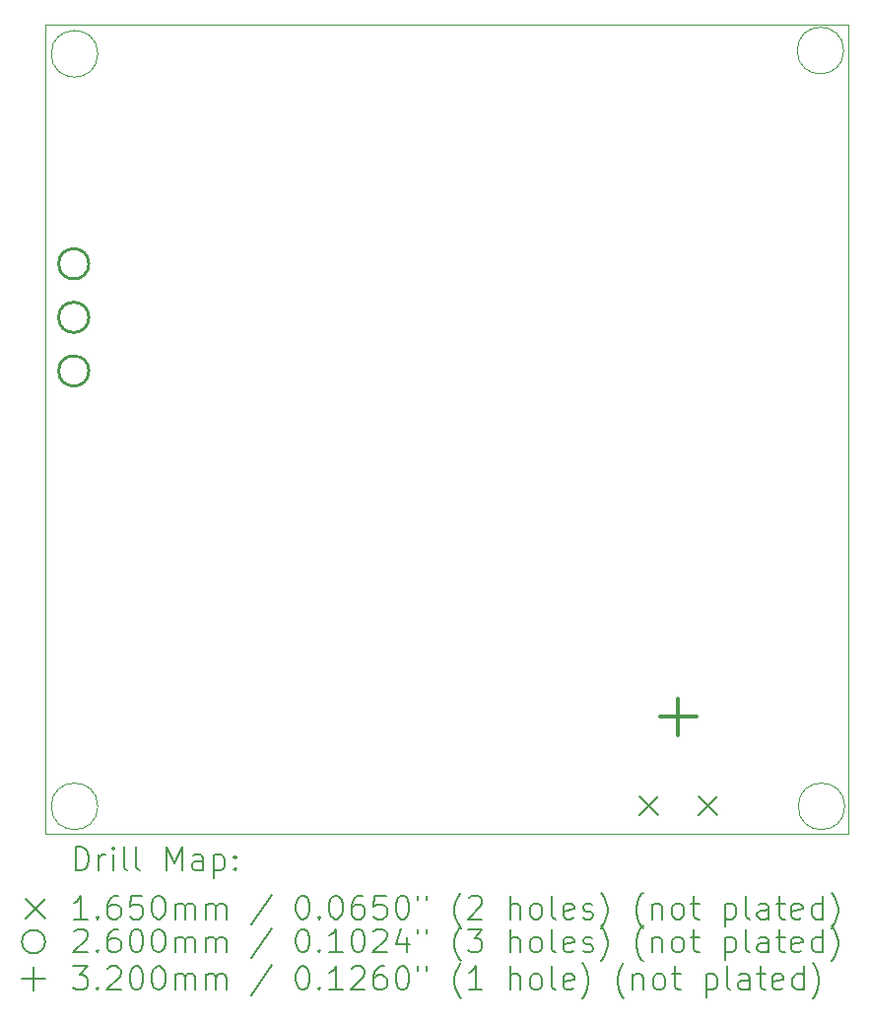
<source format=gbr>
%TF.GenerationSoftware,KiCad,Pcbnew,7.0.6*%
%TF.CreationDate,2023-11-30T23:32:07-05:00*%
%TF.ProjectId,TeslaCoil,5465736c-6143-46f6-996c-2e6b69636164,rev?*%
%TF.SameCoordinates,Original*%
%TF.FileFunction,Drillmap*%
%TF.FilePolarity,Positive*%
%FSLAX45Y45*%
G04 Gerber Fmt 4.5, Leading zero omitted, Abs format (unit mm)*
G04 Created by KiCad (PCBNEW 7.0.6) date 2023-11-30 23:32:07*
%MOMM*%
%LPD*%
G01*
G04 APERTURE LIST*
%ADD10C,0.100000*%
%ADD11C,0.050000*%
%ADD12C,0.200000*%
%ADD13C,0.165000*%
%ADD14C,0.260000*%
%ADD15C,0.320000*%
G04 APERTURE END LIST*
D10*
X14169000Y-12015000D02*
G75*
G03*
X14169000Y-12015000I-200000J0D01*
G01*
X14160000Y-5522000D02*
G75*
G03*
X14160000Y-5522000I-200000J0D01*
G01*
X7750000Y-12015000D02*
G75*
G03*
X7750000Y-12015000I-200000J0D01*
G01*
D11*
X7300000Y-5300000D02*
X14200000Y-5300000D01*
X14200000Y-12250000D01*
X7300000Y-12250000D01*
X7300000Y-5300000D01*
D10*
X7750000Y-5550000D02*
G75*
G03*
X7750000Y-5550000I-200000J0D01*
G01*
D12*
D13*
X12401500Y-11926500D02*
X12566500Y-12091500D01*
X12566500Y-11926500D02*
X12401500Y-12091500D01*
X12909500Y-11926500D02*
X13074500Y-12091500D01*
X13074500Y-11926500D02*
X12909500Y-12091500D01*
D14*
X7673000Y-7354000D02*
G75*
G03*
X7673000Y-7354000I-130000J0D01*
G01*
X7673000Y-7814000D02*
G75*
G03*
X7673000Y-7814000I-130000J0D01*
G01*
X7673000Y-8274000D02*
G75*
G03*
X7673000Y-8274000I-130000J0D01*
G01*
D15*
X12738000Y-11087000D02*
X12738000Y-11407000D01*
X12578000Y-11247000D02*
X12898000Y-11247000D01*
D12*
X7558277Y-12563984D02*
X7558277Y-12363984D01*
X7558277Y-12363984D02*
X7605896Y-12363984D01*
X7605896Y-12363984D02*
X7634467Y-12373508D01*
X7634467Y-12373508D02*
X7653515Y-12392555D01*
X7653515Y-12392555D02*
X7663039Y-12411603D01*
X7663039Y-12411603D02*
X7672562Y-12449698D01*
X7672562Y-12449698D02*
X7672562Y-12478269D01*
X7672562Y-12478269D02*
X7663039Y-12516365D01*
X7663039Y-12516365D02*
X7653515Y-12535412D01*
X7653515Y-12535412D02*
X7634467Y-12554460D01*
X7634467Y-12554460D02*
X7605896Y-12563984D01*
X7605896Y-12563984D02*
X7558277Y-12563984D01*
X7758277Y-12563984D02*
X7758277Y-12430650D01*
X7758277Y-12468746D02*
X7767801Y-12449698D01*
X7767801Y-12449698D02*
X7777324Y-12440174D01*
X7777324Y-12440174D02*
X7796372Y-12430650D01*
X7796372Y-12430650D02*
X7815420Y-12430650D01*
X7882086Y-12563984D02*
X7882086Y-12430650D01*
X7882086Y-12363984D02*
X7872562Y-12373508D01*
X7872562Y-12373508D02*
X7882086Y-12383031D01*
X7882086Y-12383031D02*
X7891610Y-12373508D01*
X7891610Y-12373508D02*
X7882086Y-12363984D01*
X7882086Y-12363984D02*
X7882086Y-12383031D01*
X8005896Y-12563984D02*
X7986848Y-12554460D01*
X7986848Y-12554460D02*
X7977324Y-12535412D01*
X7977324Y-12535412D02*
X7977324Y-12363984D01*
X8110658Y-12563984D02*
X8091610Y-12554460D01*
X8091610Y-12554460D02*
X8082086Y-12535412D01*
X8082086Y-12535412D02*
X8082086Y-12363984D01*
X8339229Y-12563984D02*
X8339229Y-12363984D01*
X8339229Y-12363984D02*
X8405896Y-12506841D01*
X8405896Y-12506841D02*
X8472563Y-12363984D01*
X8472563Y-12363984D02*
X8472563Y-12563984D01*
X8653515Y-12563984D02*
X8653515Y-12459222D01*
X8653515Y-12459222D02*
X8643991Y-12440174D01*
X8643991Y-12440174D02*
X8624944Y-12430650D01*
X8624944Y-12430650D02*
X8586848Y-12430650D01*
X8586848Y-12430650D02*
X8567801Y-12440174D01*
X8653515Y-12554460D02*
X8634467Y-12563984D01*
X8634467Y-12563984D02*
X8586848Y-12563984D01*
X8586848Y-12563984D02*
X8567801Y-12554460D01*
X8567801Y-12554460D02*
X8558277Y-12535412D01*
X8558277Y-12535412D02*
X8558277Y-12516365D01*
X8558277Y-12516365D02*
X8567801Y-12497317D01*
X8567801Y-12497317D02*
X8586848Y-12487793D01*
X8586848Y-12487793D02*
X8634467Y-12487793D01*
X8634467Y-12487793D02*
X8653515Y-12478269D01*
X8748753Y-12430650D02*
X8748753Y-12630650D01*
X8748753Y-12440174D02*
X8767801Y-12430650D01*
X8767801Y-12430650D02*
X8805896Y-12430650D01*
X8805896Y-12430650D02*
X8824944Y-12440174D01*
X8824944Y-12440174D02*
X8834467Y-12449698D01*
X8834467Y-12449698D02*
X8843991Y-12468746D01*
X8843991Y-12468746D02*
X8843991Y-12525888D01*
X8843991Y-12525888D02*
X8834467Y-12544936D01*
X8834467Y-12544936D02*
X8824944Y-12554460D01*
X8824944Y-12554460D02*
X8805896Y-12563984D01*
X8805896Y-12563984D02*
X8767801Y-12563984D01*
X8767801Y-12563984D02*
X8748753Y-12554460D01*
X8929705Y-12544936D02*
X8939229Y-12554460D01*
X8939229Y-12554460D02*
X8929705Y-12563984D01*
X8929705Y-12563984D02*
X8920182Y-12554460D01*
X8920182Y-12554460D02*
X8929705Y-12544936D01*
X8929705Y-12544936D02*
X8929705Y-12563984D01*
X8929705Y-12440174D02*
X8939229Y-12449698D01*
X8939229Y-12449698D02*
X8929705Y-12459222D01*
X8929705Y-12459222D02*
X8920182Y-12449698D01*
X8920182Y-12449698D02*
X8929705Y-12440174D01*
X8929705Y-12440174D02*
X8929705Y-12459222D01*
D13*
X7132500Y-12810000D02*
X7297500Y-12975000D01*
X7297500Y-12810000D02*
X7132500Y-12975000D01*
D12*
X7663039Y-12983984D02*
X7548753Y-12983984D01*
X7605896Y-12983984D02*
X7605896Y-12783984D01*
X7605896Y-12783984D02*
X7586848Y-12812555D01*
X7586848Y-12812555D02*
X7567801Y-12831603D01*
X7567801Y-12831603D02*
X7548753Y-12841127D01*
X7748753Y-12964936D02*
X7758277Y-12974460D01*
X7758277Y-12974460D02*
X7748753Y-12983984D01*
X7748753Y-12983984D02*
X7739229Y-12974460D01*
X7739229Y-12974460D02*
X7748753Y-12964936D01*
X7748753Y-12964936D02*
X7748753Y-12983984D01*
X7929705Y-12783984D02*
X7891610Y-12783984D01*
X7891610Y-12783984D02*
X7872562Y-12793508D01*
X7872562Y-12793508D02*
X7863039Y-12803031D01*
X7863039Y-12803031D02*
X7843991Y-12831603D01*
X7843991Y-12831603D02*
X7834467Y-12869698D01*
X7834467Y-12869698D02*
X7834467Y-12945888D01*
X7834467Y-12945888D02*
X7843991Y-12964936D01*
X7843991Y-12964936D02*
X7853515Y-12974460D01*
X7853515Y-12974460D02*
X7872562Y-12983984D01*
X7872562Y-12983984D02*
X7910658Y-12983984D01*
X7910658Y-12983984D02*
X7929705Y-12974460D01*
X7929705Y-12974460D02*
X7939229Y-12964936D01*
X7939229Y-12964936D02*
X7948753Y-12945888D01*
X7948753Y-12945888D02*
X7948753Y-12898269D01*
X7948753Y-12898269D02*
X7939229Y-12879222D01*
X7939229Y-12879222D02*
X7929705Y-12869698D01*
X7929705Y-12869698D02*
X7910658Y-12860174D01*
X7910658Y-12860174D02*
X7872562Y-12860174D01*
X7872562Y-12860174D02*
X7853515Y-12869698D01*
X7853515Y-12869698D02*
X7843991Y-12879222D01*
X7843991Y-12879222D02*
X7834467Y-12898269D01*
X8129705Y-12783984D02*
X8034467Y-12783984D01*
X8034467Y-12783984D02*
X8024943Y-12879222D01*
X8024943Y-12879222D02*
X8034467Y-12869698D01*
X8034467Y-12869698D02*
X8053515Y-12860174D01*
X8053515Y-12860174D02*
X8101134Y-12860174D01*
X8101134Y-12860174D02*
X8120182Y-12869698D01*
X8120182Y-12869698D02*
X8129705Y-12879222D01*
X8129705Y-12879222D02*
X8139229Y-12898269D01*
X8139229Y-12898269D02*
X8139229Y-12945888D01*
X8139229Y-12945888D02*
X8129705Y-12964936D01*
X8129705Y-12964936D02*
X8120182Y-12974460D01*
X8120182Y-12974460D02*
X8101134Y-12983984D01*
X8101134Y-12983984D02*
X8053515Y-12983984D01*
X8053515Y-12983984D02*
X8034467Y-12974460D01*
X8034467Y-12974460D02*
X8024943Y-12964936D01*
X8263039Y-12783984D02*
X8282086Y-12783984D01*
X8282086Y-12783984D02*
X8301134Y-12793508D01*
X8301134Y-12793508D02*
X8310658Y-12803031D01*
X8310658Y-12803031D02*
X8320182Y-12822079D01*
X8320182Y-12822079D02*
X8329705Y-12860174D01*
X8329705Y-12860174D02*
X8329705Y-12907793D01*
X8329705Y-12907793D02*
X8320182Y-12945888D01*
X8320182Y-12945888D02*
X8310658Y-12964936D01*
X8310658Y-12964936D02*
X8301134Y-12974460D01*
X8301134Y-12974460D02*
X8282086Y-12983984D01*
X8282086Y-12983984D02*
X8263039Y-12983984D01*
X8263039Y-12983984D02*
X8243991Y-12974460D01*
X8243991Y-12974460D02*
X8234467Y-12964936D01*
X8234467Y-12964936D02*
X8224943Y-12945888D01*
X8224943Y-12945888D02*
X8215420Y-12907793D01*
X8215420Y-12907793D02*
X8215420Y-12860174D01*
X8215420Y-12860174D02*
X8224943Y-12822079D01*
X8224943Y-12822079D02*
X8234467Y-12803031D01*
X8234467Y-12803031D02*
X8243991Y-12793508D01*
X8243991Y-12793508D02*
X8263039Y-12783984D01*
X8415420Y-12983984D02*
X8415420Y-12850650D01*
X8415420Y-12869698D02*
X8424944Y-12860174D01*
X8424944Y-12860174D02*
X8443991Y-12850650D01*
X8443991Y-12850650D02*
X8472563Y-12850650D01*
X8472563Y-12850650D02*
X8491610Y-12860174D01*
X8491610Y-12860174D02*
X8501134Y-12879222D01*
X8501134Y-12879222D02*
X8501134Y-12983984D01*
X8501134Y-12879222D02*
X8510658Y-12860174D01*
X8510658Y-12860174D02*
X8529705Y-12850650D01*
X8529705Y-12850650D02*
X8558277Y-12850650D01*
X8558277Y-12850650D02*
X8577325Y-12860174D01*
X8577325Y-12860174D02*
X8586848Y-12879222D01*
X8586848Y-12879222D02*
X8586848Y-12983984D01*
X8682086Y-12983984D02*
X8682086Y-12850650D01*
X8682086Y-12869698D02*
X8691610Y-12860174D01*
X8691610Y-12860174D02*
X8710658Y-12850650D01*
X8710658Y-12850650D02*
X8739229Y-12850650D01*
X8739229Y-12850650D02*
X8758277Y-12860174D01*
X8758277Y-12860174D02*
X8767801Y-12879222D01*
X8767801Y-12879222D02*
X8767801Y-12983984D01*
X8767801Y-12879222D02*
X8777325Y-12860174D01*
X8777325Y-12860174D02*
X8796372Y-12850650D01*
X8796372Y-12850650D02*
X8824944Y-12850650D01*
X8824944Y-12850650D02*
X8843991Y-12860174D01*
X8843991Y-12860174D02*
X8853515Y-12879222D01*
X8853515Y-12879222D02*
X8853515Y-12983984D01*
X9243991Y-12774460D02*
X9072563Y-13031603D01*
X9501134Y-12783984D02*
X9520182Y-12783984D01*
X9520182Y-12783984D02*
X9539229Y-12793508D01*
X9539229Y-12793508D02*
X9548753Y-12803031D01*
X9548753Y-12803031D02*
X9558277Y-12822079D01*
X9558277Y-12822079D02*
X9567801Y-12860174D01*
X9567801Y-12860174D02*
X9567801Y-12907793D01*
X9567801Y-12907793D02*
X9558277Y-12945888D01*
X9558277Y-12945888D02*
X9548753Y-12964936D01*
X9548753Y-12964936D02*
X9539229Y-12974460D01*
X9539229Y-12974460D02*
X9520182Y-12983984D01*
X9520182Y-12983984D02*
X9501134Y-12983984D01*
X9501134Y-12983984D02*
X9482087Y-12974460D01*
X9482087Y-12974460D02*
X9472563Y-12964936D01*
X9472563Y-12964936D02*
X9463039Y-12945888D01*
X9463039Y-12945888D02*
X9453515Y-12907793D01*
X9453515Y-12907793D02*
X9453515Y-12860174D01*
X9453515Y-12860174D02*
X9463039Y-12822079D01*
X9463039Y-12822079D02*
X9472563Y-12803031D01*
X9472563Y-12803031D02*
X9482087Y-12793508D01*
X9482087Y-12793508D02*
X9501134Y-12783984D01*
X9653515Y-12964936D02*
X9663039Y-12974460D01*
X9663039Y-12974460D02*
X9653515Y-12983984D01*
X9653515Y-12983984D02*
X9643991Y-12974460D01*
X9643991Y-12974460D02*
X9653515Y-12964936D01*
X9653515Y-12964936D02*
X9653515Y-12983984D01*
X9786848Y-12783984D02*
X9805896Y-12783984D01*
X9805896Y-12783984D02*
X9824944Y-12793508D01*
X9824944Y-12793508D02*
X9834468Y-12803031D01*
X9834468Y-12803031D02*
X9843991Y-12822079D01*
X9843991Y-12822079D02*
X9853515Y-12860174D01*
X9853515Y-12860174D02*
X9853515Y-12907793D01*
X9853515Y-12907793D02*
X9843991Y-12945888D01*
X9843991Y-12945888D02*
X9834468Y-12964936D01*
X9834468Y-12964936D02*
X9824944Y-12974460D01*
X9824944Y-12974460D02*
X9805896Y-12983984D01*
X9805896Y-12983984D02*
X9786848Y-12983984D01*
X9786848Y-12983984D02*
X9767801Y-12974460D01*
X9767801Y-12974460D02*
X9758277Y-12964936D01*
X9758277Y-12964936D02*
X9748753Y-12945888D01*
X9748753Y-12945888D02*
X9739229Y-12907793D01*
X9739229Y-12907793D02*
X9739229Y-12860174D01*
X9739229Y-12860174D02*
X9748753Y-12822079D01*
X9748753Y-12822079D02*
X9758277Y-12803031D01*
X9758277Y-12803031D02*
X9767801Y-12793508D01*
X9767801Y-12793508D02*
X9786848Y-12783984D01*
X10024944Y-12783984D02*
X9986848Y-12783984D01*
X9986848Y-12783984D02*
X9967801Y-12793508D01*
X9967801Y-12793508D02*
X9958277Y-12803031D01*
X9958277Y-12803031D02*
X9939229Y-12831603D01*
X9939229Y-12831603D02*
X9929706Y-12869698D01*
X9929706Y-12869698D02*
X9929706Y-12945888D01*
X9929706Y-12945888D02*
X9939229Y-12964936D01*
X9939229Y-12964936D02*
X9948753Y-12974460D01*
X9948753Y-12974460D02*
X9967801Y-12983984D01*
X9967801Y-12983984D02*
X10005896Y-12983984D01*
X10005896Y-12983984D02*
X10024944Y-12974460D01*
X10024944Y-12974460D02*
X10034468Y-12964936D01*
X10034468Y-12964936D02*
X10043991Y-12945888D01*
X10043991Y-12945888D02*
X10043991Y-12898269D01*
X10043991Y-12898269D02*
X10034468Y-12879222D01*
X10034468Y-12879222D02*
X10024944Y-12869698D01*
X10024944Y-12869698D02*
X10005896Y-12860174D01*
X10005896Y-12860174D02*
X9967801Y-12860174D01*
X9967801Y-12860174D02*
X9948753Y-12869698D01*
X9948753Y-12869698D02*
X9939229Y-12879222D01*
X9939229Y-12879222D02*
X9929706Y-12898269D01*
X10224944Y-12783984D02*
X10129706Y-12783984D01*
X10129706Y-12783984D02*
X10120182Y-12879222D01*
X10120182Y-12879222D02*
X10129706Y-12869698D01*
X10129706Y-12869698D02*
X10148753Y-12860174D01*
X10148753Y-12860174D02*
X10196372Y-12860174D01*
X10196372Y-12860174D02*
X10215420Y-12869698D01*
X10215420Y-12869698D02*
X10224944Y-12879222D01*
X10224944Y-12879222D02*
X10234468Y-12898269D01*
X10234468Y-12898269D02*
X10234468Y-12945888D01*
X10234468Y-12945888D02*
X10224944Y-12964936D01*
X10224944Y-12964936D02*
X10215420Y-12974460D01*
X10215420Y-12974460D02*
X10196372Y-12983984D01*
X10196372Y-12983984D02*
X10148753Y-12983984D01*
X10148753Y-12983984D02*
X10129706Y-12974460D01*
X10129706Y-12974460D02*
X10120182Y-12964936D01*
X10358277Y-12783984D02*
X10377325Y-12783984D01*
X10377325Y-12783984D02*
X10396372Y-12793508D01*
X10396372Y-12793508D02*
X10405896Y-12803031D01*
X10405896Y-12803031D02*
X10415420Y-12822079D01*
X10415420Y-12822079D02*
X10424944Y-12860174D01*
X10424944Y-12860174D02*
X10424944Y-12907793D01*
X10424944Y-12907793D02*
X10415420Y-12945888D01*
X10415420Y-12945888D02*
X10405896Y-12964936D01*
X10405896Y-12964936D02*
X10396372Y-12974460D01*
X10396372Y-12974460D02*
X10377325Y-12983984D01*
X10377325Y-12983984D02*
X10358277Y-12983984D01*
X10358277Y-12983984D02*
X10339229Y-12974460D01*
X10339229Y-12974460D02*
X10329706Y-12964936D01*
X10329706Y-12964936D02*
X10320182Y-12945888D01*
X10320182Y-12945888D02*
X10310658Y-12907793D01*
X10310658Y-12907793D02*
X10310658Y-12860174D01*
X10310658Y-12860174D02*
X10320182Y-12822079D01*
X10320182Y-12822079D02*
X10329706Y-12803031D01*
X10329706Y-12803031D02*
X10339229Y-12793508D01*
X10339229Y-12793508D02*
X10358277Y-12783984D01*
X10501134Y-12783984D02*
X10501134Y-12822079D01*
X10577325Y-12783984D02*
X10577325Y-12822079D01*
X10872563Y-13060174D02*
X10863039Y-13050650D01*
X10863039Y-13050650D02*
X10843991Y-13022079D01*
X10843991Y-13022079D02*
X10834468Y-13003031D01*
X10834468Y-13003031D02*
X10824944Y-12974460D01*
X10824944Y-12974460D02*
X10815420Y-12926841D01*
X10815420Y-12926841D02*
X10815420Y-12888746D01*
X10815420Y-12888746D02*
X10824944Y-12841127D01*
X10824944Y-12841127D02*
X10834468Y-12812555D01*
X10834468Y-12812555D02*
X10843991Y-12793508D01*
X10843991Y-12793508D02*
X10863039Y-12764936D01*
X10863039Y-12764936D02*
X10872563Y-12755412D01*
X10939230Y-12803031D02*
X10948753Y-12793508D01*
X10948753Y-12793508D02*
X10967801Y-12783984D01*
X10967801Y-12783984D02*
X11015420Y-12783984D01*
X11015420Y-12783984D02*
X11034468Y-12793508D01*
X11034468Y-12793508D02*
X11043991Y-12803031D01*
X11043991Y-12803031D02*
X11053515Y-12822079D01*
X11053515Y-12822079D02*
X11053515Y-12841127D01*
X11053515Y-12841127D02*
X11043991Y-12869698D01*
X11043991Y-12869698D02*
X10929706Y-12983984D01*
X10929706Y-12983984D02*
X11053515Y-12983984D01*
X11291610Y-12983984D02*
X11291610Y-12783984D01*
X11377325Y-12983984D02*
X11377325Y-12879222D01*
X11377325Y-12879222D02*
X11367801Y-12860174D01*
X11367801Y-12860174D02*
X11348753Y-12850650D01*
X11348753Y-12850650D02*
X11320182Y-12850650D01*
X11320182Y-12850650D02*
X11301134Y-12860174D01*
X11301134Y-12860174D02*
X11291610Y-12869698D01*
X11501134Y-12983984D02*
X11482087Y-12974460D01*
X11482087Y-12974460D02*
X11472563Y-12964936D01*
X11472563Y-12964936D02*
X11463039Y-12945888D01*
X11463039Y-12945888D02*
X11463039Y-12888746D01*
X11463039Y-12888746D02*
X11472563Y-12869698D01*
X11472563Y-12869698D02*
X11482087Y-12860174D01*
X11482087Y-12860174D02*
X11501134Y-12850650D01*
X11501134Y-12850650D02*
X11529706Y-12850650D01*
X11529706Y-12850650D02*
X11548753Y-12860174D01*
X11548753Y-12860174D02*
X11558277Y-12869698D01*
X11558277Y-12869698D02*
X11567801Y-12888746D01*
X11567801Y-12888746D02*
X11567801Y-12945888D01*
X11567801Y-12945888D02*
X11558277Y-12964936D01*
X11558277Y-12964936D02*
X11548753Y-12974460D01*
X11548753Y-12974460D02*
X11529706Y-12983984D01*
X11529706Y-12983984D02*
X11501134Y-12983984D01*
X11682087Y-12983984D02*
X11663039Y-12974460D01*
X11663039Y-12974460D02*
X11653515Y-12955412D01*
X11653515Y-12955412D02*
X11653515Y-12783984D01*
X11834468Y-12974460D02*
X11815420Y-12983984D01*
X11815420Y-12983984D02*
X11777325Y-12983984D01*
X11777325Y-12983984D02*
X11758277Y-12974460D01*
X11758277Y-12974460D02*
X11748753Y-12955412D01*
X11748753Y-12955412D02*
X11748753Y-12879222D01*
X11748753Y-12879222D02*
X11758277Y-12860174D01*
X11758277Y-12860174D02*
X11777325Y-12850650D01*
X11777325Y-12850650D02*
X11815420Y-12850650D01*
X11815420Y-12850650D02*
X11834468Y-12860174D01*
X11834468Y-12860174D02*
X11843991Y-12879222D01*
X11843991Y-12879222D02*
X11843991Y-12898269D01*
X11843991Y-12898269D02*
X11748753Y-12917317D01*
X11920182Y-12974460D02*
X11939230Y-12983984D01*
X11939230Y-12983984D02*
X11977325Y-12983984D01*
X11977325Y-12983984D02*
X11996372Y-12974460D01*
X11996372Y-12974460D02*
X12005896Y-12955412D01*
X12005896Y-12955412D02*
X12005896Y-12945888D01*
X12005896Y-12945888D02*
X11996372Y-12926841D01*
X11996372Y-12926841D02*
X11977325Y-12917317D01*
X11977325Y-12917317D02*
X11948753Y-12917317D01*
X11948753Y-12917317D02*
X11929706Y-12907793D01*
X11929706Y-12907793D02*
X11920182Y-12888746D01*
X11920182Y-12888746D02*
X11920182Y-12879222D01*
X11920182Y-12879222D02*
X11929706Y-12860174D01*
X11929706Y-12860174D02*
X11948753Y-12850650D01*
X11948753Y-12850650D02*
X11977325Y-12850650D01*
X11977325Y-12850650D02*
X11996372Y-12860174D01*
X12072563Y-13060174D02*
X12082087Y-13050650D01*
X12082087Y-13050650D02*
X12101134Y-13022079D01*
X12101134Y-13022079D02*
X12110658Y-13003031D01*
X12110658Y-13003031D02*
X12120182Y-12974460D01*
X12120182Y-12974460D02*
X12129706Y-12926841D01*
X12129706Y-12926841D02*
X12129706Y-12888746D01*
X12129706Y-12888746D02*
X12120182Y-12841127D01*
X12120182Y-12841127D02*
X12110658Y-12812555D01*
X12110658Y-12812555D02*
X12101134Y-12793508D01*
X12101134Y-12793508D02*
X12082087Y-12764936D01*
X12082087Y-12764936D02*
X12072563Y-12755412D01*
X12434468Y-13060174D02*
X12424944Y-13050650D01*
X12424944Y-13050650D02*
X12405896Y-13022079D01*
X12405896Y-13022079D02*
X12396372Y-13003031D01*
X12396372Y-13003031D02*
X12386849Y-12974460D01*
X12386849Y-12974460D02*
X12377325Y-12926841D01*
X12377325Y-12926841D02*
X12377325Y-12888746D01*
X12377325Y-12888746D02*
X12386849Y-12841127D01*
X12386849Y-12841127D02*
X12396372Y-12812555D01*
X12396372Y-12812555D02*
X12405896Y-12793508D01*
X12405896Y-12793508D02*
X12424944Y-12764936D01*
X12424944Y-12764936D02*
X12434468Y-12755412D01*
X12510658Y-12850650D02*
X12510658Y-12983984D01*
X12510658Y-12869698D02*
X12520182Y-12860174D01*
X12520182Y-12860174D02*
X12539230Y-12850650D01*
X12539230Y-12850650D02*
X12567801Y-12850650D01*
X12567801Y-12850650D02*
X12586849Y-12860174D01*
X12586849Y-12860174D02*
X12596372Y-12879222D01*
X12596372Y-12879222D02*
X12596372Y-12983984D01*
X12720182Y-12983984D02*
X12701134Y-12974460D01*
X12701134Y-12974460D02*
X12691611Y-12964936D01*
X12691611Y-12964936D02*
X12682087Y-12945888D01*
X12682087Y-12945888D02*
X12682087Y-12888746D01*
X12682087Y-12888746D02*
X12691611Y-12869698D01*
X12691611Y-12869698D02*
X12701134Y-12860174D01*
X12701134Y-12860174D02*
X12720182Y-12850650D01*
X12720182Y-12850650D02*
X12748753Y-12850650D01*
X12748753Y-12850650D02*
X12767801Y-12860174D01*
X12767801Y-12860174D02*
X12777325Y-12869698D01*
X12777325Y-12869698D02*
X12786849Y-12888746D01*
X12786849Y-12888746D02*
X12786849Y-12945888D01*
X12786849Y-12945888D02*
X12777325Y-12964936D01*
X12777325Y-12964936D02*
X12767801Y-12974460D01*
X12767801Y-12974460D02*
X12748753Y-12983984D01*
X12748753Y-12983984D02*
X12720182Y-12983984D01*
X12843992Y-12850650D02*
X12920182Y-12850650D01*
X12872563Y-12783984D02*
X12872563Y-12955412D01*
X12872563Y-12955412D02*
X12882087Y-12974460D01*
X12882087Y-12974460D02*
X12901134Y-12983984D01*
X12901134Y-12983984D02*
X12920182Y-12983984D01*
X13139230Y-12850650D02*
X13139230Y-13050650D01*
X13139230Y-12860174D02*
X13158277Y-12850650D01*
X13158277Y-12850650D02*
X13196373Y-12850650D01*
X13196373Y-12850650D02*
X13215420Y-12860174D01*
X13215420Y-12860174D02*
X13224944Y-12869698D01*
X13224944Y-12869698D02*
X13234468Y-12888746D01*
X13234468Y-12888746D02*
X13234468Y-12945888D01*
X13234468Y-12945888D02*
X13224944Y-12964936D01*
X13224944Y-12964936D02*
X13215420Y-12974460D01*
X13215420Y-12974460D02*
X13196373Y-12983984D01*
X13196373Y-12983984D02*
X13158277Y-12983984D01*
X13158277Y-12983984D02*
X13139230Y-12974460D01*
X13348753Y-12983984D02*
X13329706Y-12974460D01*
X13329706Y-12974460D02*
X13320182Y-12955412D01*
X13320182Y-12955412D02*
X13320182Y-12783984D01*
X13510658Y-12983984D02*
X13510658Y-12879222D01*
X13510658Y-12879222D02*
X13501134Y-12860174D01*
X13501134Y-12860174D02*
X13482087Y-12850650D01*
X13482087Y-12850650D02*
X13443992Y-12850650D01*
X13443992Y-12850650D02*
X13424944Y-12860174D01*
X13510658Y-12974460D02*
X13491611Y-12983984D01*
X13491611Y-12983984D02*
X13443992Y-12983984D01*
X13443992Y-12983984D02*
X13424944Y-12974460D01*
X13424944Y-12974460D02*
X13415420Y-12955412D01*
X13415420Y-12955412D02*
X13415420Y-12936365D01*
X13415420Y-12936365D02*
X13424944Y-12917317D01*
X13424944Y-12917317D02*
X13443992Y-12907793D01*
X13443992Y-12907793D02*
X13491611Y-12907793D01*
X13491611Y-12907793D02*
X13510658Y-12898269D01*
X13577325Y-12850650D02*
X13653515Y-12850650D01*
X13605896Y-12783984D02*
X13605896Y-12955412D01*
X13605896Y-12955412D02*
X13615420Y-12974460D01*
X13615420Y-12974460D02*
X13634468Y-12983984D01*
X13634468Y-12983984D02*
X13653515Y-12983984D01*
X13796373Y-12974460D02*
X13777325Y-12983984D01*
X13777325Y-12983984D02*
X13739230Y-12983984D01*
X13739230Y-12983984D02*
X13720182Y-12974460D01*
X13720182Y-12974460D02*
X13710658Y-12955412D01*
X13710658Y-12955412D02*
X13710658Y-12879222D01*
X13710658Y-12879222D02*
X13720182Y-12860174D01*
X13720182Y-12860174D02*
X13739230Y-12850650D01*
X13739230Y-12850650D02*
X13777325Y-12850650D01*
X13777325Y-12850650D02*
X13796373Y-12860174D01*
X13796373Y-12860174D02*
X13805896Y-12879222D01*
X13805896Y-12879222D02*
X13805896Y-12898269D01*
X13805896Y-12898269D02*
X13710658Y-12917317D01*
X13977325Y-12983984D02*
X13977325Y-12783984D01*
X13977325Y-12974460D02*
X13958277Y-12983984D01*
X13958277Y-12983984D02*
X13920182Y-12983984D01*
X13920182Y-12983984D02*
X13901134Y-12974460D01*
X13901134Y-12974460D02*
X13891611Y-12964936D01*
X13891611Y-12964936D02*
X13882087Y-12945888D01*
X13882087Y-12945888D02*
X13882087Y-12888746D01*
X13882087Y-12888746D02*
X13891611Y-12869698D01*
X13891611Y-12869698D02*
X13901134Y-12860174D01*
X13901134Y-12860174D02*
X13920182Y-12850650D01*
X13920182Y-12850650D02*
X13958277Y-12850650D01*
X13958277Y-12850650D02*
X13977325Y-12860174D01*
X14053515Y-13060174D02*
X14063039Y-13050650D01*
X14063039Y-13050650D02*
X14082087Y-13022079D01*
X14082087Y-13022079D02*
X14091611Y-13003031D01*
X14091611Y-13003031D02*
X14101134Y-12974460D01*
X14101134Y-12974460D02*
X14110658Y-12926841D01*
X14110658Y-12926841D02*
X14110658Y-12888746D01*
X14110658Y-12888746D02*
X14101134Y-12841127D01*
X14101134Y-12841127D02*
X14091611Y-12812555D01*
X14091611Y-12812555D02*
X14082087Y-12793508D01*
X14082087Y-12793508D02*
X14063039Y-12764936D01*
X14063039Y-12764936D02*
X14053515Y-12755412D01*
X7297500Y-13177500D02*
G75*
G03*
X7297500Y-13177500I-100000J0D01*
G01*
X7548753Y-13088031D02*
X7558277Y-13078508D01*
X7558277Y-13078508D02*
X7577324Y-13068984D01*
X7577324Y-13068984D02*
X7624943Y-13068984D01*
X7624943Y-13068984D02*
X7643991Y-13078508D01*
X7643991Y-13078508D02*
X7653515Y-13088031D01*
X7653515Y-13088031D02*
X7663039Y-13107079D01*
X7663039Y-13107079D02*
X7663039Y-13126127D01*
X7663039Y-13126127D02*
X7653515Y-13154698D01*
X7653515Y-13154698D02*
X7539229Y-13268984D01*
X7539229Y-13268984D02*
X7663039Y-13268984D01*
X7748753Y-13249936D02*
X7758277Y-13259460D01*
X7758277Y-13259460D02*
X7748753Y-13268984D01*
X7748753Y-13268984D02*
X7739229Y-13259460D01*
X7739229Y-13259460D02*
X7748753Y-13249936D01*
X7748753Y-13249936D02*
X7748753Y-13268984D01*
X7929705Y-13068984D02*
X7891610Y-13068984D01*
X7891610Y-13068984D02*
X7872562Y-13078508D01*
X7872562Y-13078508D02*
X7863039Y-13088031D01*
X7863039Y-13088031D02*
X7843991Y-13116603D01*
X7843991Y-13116603D02*
X7834467Y-13154698D01*
X7834467Y-13154698D02*
X7834467Y-13230888D01*
X7834467Y-13230888D02*
X7843991Y-13249936D01*
X7843991Y-13249936D02*
X7853515Y-13259460D01*
X7853515Y-13259460D02*
X7872562Y-13268984D01*
X7872562Y-13268984D02*
X7910658Y-13268984D01*
X7910658Y-13268984D02*
X7929705Y-13259460D01*
X7929705Y-13259460D02*
X7939229Y-13249936D01*
X7939229Y-13249936D02*
X7948753Y-13230888D01*
X7948753Y-13230888D02*
X7948753Y-13183269D01*
X7948753Y-13183269D02*
X7939229Y-13164222D01*
X7939229Y-13164222D02*
X7929705Y-13154698D01*
X7929705Y-13154698D02*
X7910658Y-13145174D01*
X7910658Y-13145174D02*
X7872562Y-13145174D01*
X7872562Y-13145174D02*
X7853515Y-13154698D01*
X7853515Y-13154698D02*
X7843991Y-13164222D01*
X7843991Y-13164222D02*
X7834467Y-13183269D01*
X8072562Y-13068984D02*
X8091610Y-13068984D01*
X8091610Y-13068984D02*
X8110658Y-13078508D01*
X8110658Y-13078508D02*
X8120182Y-13088031D01*
X8120182Y-13088031D02*
X8129705Y-13107079D01*
X8129705Y-13107079D02*
X8139229Y-13145174D01*
X8139229Y-13145174D02*
X8139229Y-13192793D01*
X8139229Y-13192793D02*
X8129705Y-13230888D01*
X8129705Y-13230888D02*
X8120182Y-13249936D01*
X8120182Y-13249936D02*
X8110658Y-13259460D01*
X8110658Y-13259460D02*
X8091610Y-13268984D01*
X8091610Y-13268984D02*
X8072562Y-13268984D01*
X8072562Y-13268984D02*
X8053515Y-13259460D01*
X8053515Y-13259460D02*
X8043991Y-13249936D01*
X8043991Y-13249936D02*
X8034467Y-13230888D01*
X8034467Y-13230888D02*
X8024943Y-13192793D01*
X8024943Y-13192793D02*
X8024943Y-13145174D01*
X8024943Y-13145174D02*
X8034467Y-13107079D01*
X8034467Y-13107079D02*
X8043991Y-13088031D01*
X8043991Y-13088031D02*
X8053515Y-13078508D01*
X8053515Y-13078508D02*
X8072562Y-13068984D01*
X8263039Y-13068984D02*
X8282086Y-13068984D01*
X8282086Y-13068984D02*
X8301134Y-13078508D01*
X8301134Y-13078508D02*
X8310658Y-13088031D01*
X8310658Y-13088031D02*
X8320182Y-13107079D01*
X8320182Y-13107079D02*
X8329705Y-13145174D01*
X8329705Y-13145174D02*
X8329705Y-13192793D01*
X8329705Y-13192793D02*
X8320182Y-13230888D01*
X8320182Y-13230888D02*
X8310658Y-13249936D01*
X8310658Y-13249936D02*
X8301134Y-13259460D01*
X8301134Y-13259460D02*
X8282086Y-13268984D01*
X8282086Y-13268984D02*
X8263039Y-13268984D01*
X8263039Y-13268984D02*
X8243991Y-13259460D01*
X8243991Y-13259460D02*
X8234467Y-13249936D01*
X8234467Y-13249936D02*
X8224943Y-13230888D01*
X8224943Y-13230888D02*
X8215420Y-13192793D01*
X8215420Y-13192793D02*
X8215420Y-13145174D01*
X8215420Y-13145174D02*
X8224943Y-13107079D01*
X8224943Y-13107079D02*
X8234467Y-13088031D01*
X8234467Y-13088031D02*
X8243991Y-13078508D01*
X8243991Y-13078508D02*
X8263039Y-13068984D01*
X8415420Y-13268984D02*
X8415420Y-13135650D01*
X8415420Y-13154698D02*
X8424944Y-13145174D01*
X8424944Y-13145174D02*
X8443991Y-13135650D01*
X8443991Y-13135650D02*
X8472563Y-13135650D01*
X8472563Y-13135650D02*
X8491610Y-13145174D01*
X8491610Y-13145174D02*
X8501134Y-13164222D01*
X8501134Y-13164222D02*
X8501134Y-13268984D01*
X8501134Y-13164222D02*
X8510658Y-13145174D01*
X8510658Y-13145174D02*
X8529705Y-13135650D01*
X8529705Y-13135650D02*
X8558277Y-13135650D01*
X8558277Y-13135650D02*
X8577325Y-13145174D01*
X8577325Y-13145174D02*
X8586848Y-13164222D01*
X8586848Y-13164222D02*
X8586848Y-13268984D01*
X8682086Y-13268984D02*
X8682086Y-13135650D01*
X8682086Y-13154698D02*
X8691610Y-13145174D01*
X8691610Y-13145174D02*
X8710658Y-13135650D01*
X8710658Y-13135650D02*
X8739229Y-13135650D01*
X8739229Y-13135650D02*
X8758277Y-13145174D01*
X8758277Y-13145174D02*
X8767801Y-13164222D01*
X8767801Y-13164222D02*
X8767801Y-13268984D01*
X8767801Y-13164222D02*
X8777325Y-13145174D01*
X8777325Y-13145174D02*
X8796372Y-13135650D01*
X8796372Y-13135650D02*
X8824944Y-13135650D01*
X8824944Y-13135650D02*
X8843991Y-13145174D01*
X8843991Y-13145174D02*
X8853515Y-13164222D01*
X8853515Y-13164222D02*
X8853515Y-13268984D01*
X9243991Y-13059460D02*
X9072563Y-13316603D01*
X9501134Y-13068984D02*
X9520182Y-13068984D01*
X9520182Y-13068984D02*
X9539229Y-13078508D01*
X9539229Y-13078508D02*
X9548753Y-13088031D01*
X9548753Y-13088031D02*
X9558277Y-13107079D01*
X9558277Y-13107079D02*
X9567801Y-13145174D01*
X9567801Y-13145174D02*
X9567801Y-13192793D01*
X9567801Y-13192793D02*
X9558277Y-13230888D01*
X9558277Y-13230888D02*
X9548753Y-13249936D01*
X9548753Y-13249936D02*
X9539229Y-13259460D01*
X9539229Y-13259460D02*
X9520182Y-13268984D01*
X9520182Y-13268984D02*
X9501134Y-13268984D01*
X9501134Y-13268984D02*
X9482087Y-13259460D01*
X9482087Y-13259460D02*
X9472563Y-13249936D01*
X9472563Y-13249936D02*
X9463039Y-13230888D01*
X9463039Y-13230888D02*
X9453515Y-13192793D01*
X9453515Y-13192793D02*
X9453515Y-13145174D01*
X9453515Y-13145174D02*
X9463039Y-13107079D01*
X9463039Y-13107079D02*
X9472563Y-13088031D01*
X9472563Y-13088031D02*
X9482087Y-13078508D01*
X9482087Y-13078508D02*
X9501134Y-13068984D01*
X9653515Y-13249936D02*
X9663039Y-13259460D01*
X9663039Y-13259460D02*
X9653515Y-13268984D01*
X9653515Y-13268984D02*
X9643991Y-13259460D01*
X9643991Y-13259460D02*
X9653515Y-13249936D01*
X9653515Y-13249936D02*
X9653515Y-13268984D01*
X9853515Y-13268984D02*
X9739229Y-13268984D01*
X9796372Y-13268984D02*
X9796372Y-13068984D01*
X9796372Y-13068984D02*
X9777325Y-13097555D01*
X9777325Y-13097555D02*
X9758277Y-13116603D01*
X9758277Y-13116603D02*
X9739229Y-13126127D01*
X9977325Y-13068984D02*
X9996372Y-13068984D01*
X9996372Y-13068984D02*
X10015420Y-13078508D01*
X10015420Y-13078508D02*
X10024944Y-13088031D01*
X10024944Y-13088031D02*
X10034468Y-13107079D01*
X10034468Y-13107079D02*
X10043991Y-13145174D01*
X10043991Y-13145174D02*
X10043991Y-13192793D01*
X10043991Y-13192793D02*
X10034468Y-13230888D01*
X10034468Y-13230888D02*
X10024944Y-13249936D01*
X10024944Y-13249936D02*
X10015420Y-13259460D01*
X10015420Y-13259460D02*
X9996372Y-13268984D01*
X9996372Y-13268984D02*
X9977325Y-13268984D01*
X9977325Y-13268984D02*
X9958277Y-13259460D01*
X9958277Y-13259460D02*
X9948753Y-13249936D01*
X9948753Y-13249936D02*
X9939229Y-13230888D01*
X9939229Y-13230888D02*
X9929706Y-13192793D01*
X9929706Y-13192793D02*
X9929706Y-13145174D01*
X9929706Y-13145174D02*
X9939229Y-13107079D01*
X9939229Y-13107079D02*
X9948753Y-13088031D01*
X9948753Y-13088031D02*
X9958277Y-13078508D01*
X9958277Y-13078508D02*
X9977325Y-13068984D01*
X10120182Y-13088031D02*
X10129706Y-13078508D01*
X10129706Y-13078508D02*
X10148753Y-13068984D01*
X10148753Y-13068984D02*
X10196372Y-13068984D01*
X10196372Y-13068984D02*
X10215420Y-13078508D01*
X10215420Y-13078508D02*
X10224944Y-13088031D01*
X10224944Y-13088031D02*
X10234468Y-13107079D01*
X10234468Y-13107079D02*
X10234468Y-13126127D01*
X10234468Y-13126127D02*
X10224944Y-13154698D01*
X10224944Y-13154698D02*
X10110658Y-13268984D01*
X10110658Y-13268984D02*
X10234468Y-13268984D01*
X10405896Y-13135650D02*
X10405896Y-13268984D01*
X10358277Y-13059460D02*
X10310658Y-13202317D01*
X10310658Y-13202317D02*
X10434468Y-13202317D01*
X10501134Y-13068984D02*
X10501134Y-13107079D01*
X10577325Y-13068984D02*
X10577325Y-13107079D01*
X10872563Y-13345174D02*
X10863039Y-13335650D01*
X10863039Y-13335650D02*
X10843991Y-13307079D01*
X10843991Y-13307079D02*
X10834468Y-13288031D01*
X10834468Y-13288031D02*
X10824944Y-13259460D01*
X10824944Y-13259460D02*
X10815420Y-13211841D01*
X10815420Y-13211841D02*
X10815420Y-13173746D01*
X10815420Y-13173746D02*
X10824944Y-13126127D01*
X10824944Y-13126127D02*
X10834468Y-13097555D01*
X10834468Y-13097555D02*
X10843991Y-13078508D01*
X10843991Y-13078508D02*
X10863039Y-13049936D01*
X10863039Y-13049936D02*
X10872563Y-13040412D01*
X10929706Y-13068984D02*
X11053515Y-13068984D01*
X11053515Y-13068984D02*
X10986849Y-13145174D01*
X10986849Y-13145174D02*
X11015420Y-13145174D01*
X11015420Y-13145174D02*
X11034468Y-13154698D01*
X11034468Y-13154698D02*
X11043991Y-13164222D01*
X11043991Y-13164222D02*
X11053515Y-13183269D01*
X11053515Y-13183269D02*
X11053515Y-13230888D01*
X11053515Y-13230888D02*
X11043991Y-13249936D01*
X11043991Y-13249936D02*
X11034468Y-13259460D01*
X11034468Y-13259460D02*
X11015420Y-13268984D01*
X11015420Y-13268984D02*
X10958277Y-13268984D01*
X10958277Y-13268984D02*
X10939230Y-13259460D01*
X10939230Y-13259460D02*
X10929706Y-13249936D01*
X11291610Y-13268984D02*
X11291610Y-13068984D01*
X11377325Y-13268984D02*
X11377325Y-13164222D01*
X11377325Y-13164222D02*
X11367801Y-13145174D01*
X11367801Y-13145174D02*
X11348753Y-13135650D01*
X11348753Y-13135650D02*
X11320182Y-13135650D01*
X11320182Y-13135650D02*
X11301134Y-13145174D01*
X11301134Y-13145174D02*
X11291610Y-13154698D01*
X11501134Y-13268984D02*
X11482087Y-13259460D01*
X11482087Y-13259460D02*
X11472563Y-13249936D01*
X11472563Y-13249936D02*
X11463039Y-13230888D01*
X11463039Y-13230888D02*
X11463039Y-13173746D01*
X11463039Y-13173746D02*
X11472563Y-13154698D01*
X11472563Y-13154698D02*
X11482087Y-13145174D01*
X11482087Y-13145174D02*
X11501134Y-13135650D01*
X11501134Y-13135650D02*
X11529706Y-13135650D01*
X11529706Y-13135650D02*
X11548753Y-13145174D01*
X11548753Y-13145174D02*
X11558277Y-13154698D01*
X11558277Y-13154698D02*
X11567801Y-13173746D01*
X11567801Y-13173746D02*
X11567801Y-13230888D01*
X11567801Y-13230888D02*
X11558277Y-13249936D01*
X11558277Y-13249936D02*
X11548753Y-13259460D01*
X11548753Y-13259460D02*
X11529706Y-13268984D01*
X11529706Y-13268984D02*
X11501134Y-13268984D01*
X11682087Y-13268984D02*
X11663039Y-13259460D01*
X11663039Y-13259460D02*
X11653515Y-13240412D01*
X11653515Y-13240412D02*
X11653515Y-13068984D01*
X11834468Y-13259460D02*
X11815420Y-13268984D01*
X11815420Y-13268984D02*
X11777325Y-13268984D01*
X11777325Y-13268984D02*
X11758277Y-13259460D01*
X11758277Y-13259460D02*
X11748753Y-13240412D01*
X11748753Y-13240412D02*
X11748753Y-13164222D01*
X11748753Y-13164222D02*
X11758277Y-13145174D01*
X11758277Y-13145174D02*
X11777325Y-13135650D01*
X11777325Y-13135650D02*
X11815420Y-13135650D01*
X11815420Y-13135650D02*
X11834468Y-13145174D01*
X11834468Y-13145174D02*
X11843991Y-13164222D01*
X11843991Y-13164222D02*
X11843991Y-13183269D01*
X11843991Y-13183269D02*
X11748753Y-13202317D01*
X11920182Y-13259460D02*
X11939230Y-13268984D01*
X11939230Y-13268984D02*
X11977325Y-13268984D01*
X11977325Y-13268984D02*
X11996372Y-13259460D01*
X11996372Y-13259460D02*
X12005896Y-13240412D01*
X12005896Y-13240412D02*
X12005896Y-13230888D01*
X12005896Y-13230888D02*
X11996372Y-13211841D01*
X11996372Y-13211841D02*
X11977325Y-13202317D01*
X11977325Y-13202317D02*
X11948753Y-13202317D01*
X11948753Y-13202317D02*
X11929706Y-13192793D01*
X11929706Y-13192793D02*
X11920182Y-13173746D01*
X11920182Y-13173746D02*
X11920182Y-13164222D01*
X11920182Y-13164222D02*
X11929706Y-13145174D01*
X11929706Y-13145174D02*
X11948753Y-13135650D01*
X11948753Y-13135650D02*
X11977325Y-13135650D01*
X11977325Y-13135650D02*
X11996372Y-13145174D01*
X12072563Y-13345174D02*
X12082087Y-13335650D01*
X12082087Y-13335650D02*
X12101134Y-13307079D01*
X12101134Y-13307079D02*
X12110658Y-13288031D01*
X12110658Y-13288031D02*
X12120182Y-13259460D01*
X12120182Y-13259460D02*
X12129706Y-13211841D01*
X12129706Y-13211841D02*
X12129706Y-13173746D01*
X12129706Y-13173746D02*
X12120182Y-13126127D01*
X12120182Y-13126127D02*
X12110658Y-13097555D01*
X12110658Y-13097555D02*
X12101134Y-13078508D01*
X12101134Y-13078508D02*
X12082087Y-13049936D01*
X12082087Y-13049936D02*
X12072563Y-13040412D01*
X12434468Y-13345174D02*
X12424944Y-13335650D01*
X12424944Y-13335650D02*
X12405896Y-13307079D01*
X12405896Y-13307079D02*
X12396372Y-13288031D01*
X12396372Y-13288031D02*
X12386849Y-13259460D01*
X12386849Y-13259460D02*
X12377325Y-13211841D01*
X12377325Y-13211841D02*
X12377325Y-13173746D01*
X12377325Y-13173746D02*
X12386849Y-13126127D01*
X12386849Y-13126127D02*
X12396372Y-13097555D01*
X12396372Y-13097555D02*
X12405896Y-13078508D01*
X12405896Y-13078508D02*
X12424944Y-13049936D01*
X12424944Y-13049936D02*
X12434468Y-13040412D01*
X12510658Y-13135650D02*
X12510658Y-13268984D01*
X12510658Y-13154698D02*
X12520182Y-13145174D01*
X12520182Y-13145174D02*
X12539230Y-13135650D01*
X12539230Y-13135650D02*
X12567801Y-13135650D01*
X12567801Y-13135650D02*
X12586849Y-13145174D01*
X12586849Y-13145174D02*
X12596372Y-13164222D01*
X12596372Y-13164222D02*
X12596372Y-13268984D01*
X12720182Y-13268984D02*
X12701134Y-13259460D01*
X12701134Y-13259460D02*
X12691611Y-13249936D01*
X12691611Y-13249936D02*
X12682087Y-13230888D01*
X12682087Y-13230888D02*
X12682087Y-13173746D01*
X12682087Y-13173746D02*
X12691611Y-13154698D01*
X12691611Y-13154698D02*
X12701134Y-13145174D01*
X12701134Y-13145174D02*
X12720182Y-13135650D01*
X12720182Y-13135650D02*
X12748753Y-13135650D01*
X12748753Y-13135650D02*
X12767801Y-13145174D01*
X12767801Y-13145174D02*
X12777325Y-13154698D01*
X12777325Y-13154698D02*
X12786849Y-13173746D01*
X12786849Y-13173746D02*
X12786849Y-13230888D01*
X12786849Y-13230888D02*
X12777325Y-13249936D01*
X12777325Y-13249936D02*
X12767801Y-13259460D01*
X12767801Y-13259460D02*
X12748753Y-13268984D01*
X12748753Y-13268984D02*
X12720182Y-13268984D01*
X12843992Y-13135650D02*
X12920182Y-13135650D01*
X12872563Y-13068984D02*
X12872563Y-13240412D01*
X12872563Y-13240412D02*
X12882087Y-13259460D01*
X12882087Y-13259460D02*
X12901134Y-13268984D01*
X12901134Y-13268984D02*
X12920182Y-13268984D01*
X13139230Y-13135650D02*
X13139230Y-13335650D01*
X13139230Y-13145174D02*
X13158277Y-13135650D01*
X13158277Y-13135650D02*
X13196373Y-13135650D01*
X13196373Y-13135650D02*
X13215420Y-13145174D01*
X13215420Y-13145174D02*
X13224944Y-13154698D01*
X13224944Y-13154698D02*
X13234468Y-13173746D01*
X13234468Y-13173746D02*
X13234468Y-13230888D01*
X13234468Y-13230888D02*
X13224944Y-13249936D01*
X13224944Y-13249936D02*
X13215420Y-13259460D01*
X13215420Y-13259460D02*
X13196373Y-13268984D01*
X13196373Y-13268984D02*
X13158277Y-13268984D01*
X13158277Y-13268984D02*
X13139230Y-13259460D01*
X13348753Y-13268984D02*
X13329706Y-13259460D01*
X13329706Y-13259460D02*
X13320182Y-13240412D01*
X13320182Y-13240412D02*
X13320182Y-13068984D01*
X13510658Y-13268984D02*
X13510658Y-13164222D01*
X13510658Y-13164222D02*
X13501134Y-13145174D01*
X13501134Y-13145174D02*
X13482087Y-13135650D01*
X13482087Y-13135650D02*
X13443992Y-13135650D01*
X13443992Y-13135650D02*
X13424944Y-13145174D01*
X13510658Y-13259460D02*
X13491611Y-13268984D01*
X13491611Y-13268984D02*
X13443992Y-13268984D01*
X13443992Y-13268984D02*
X13424944Y-13259460D01*
X13424944Y-13259460D02*
X13415420Y-13240412D01*
X13415420Y-13240412D02*
X13415420Y-13221365D01*
X13415420Y-13221365D02*
X13424944Y-13202317D01*
X13424944Y-13202317D02*
X13443992Y-13192793D01*
X13443992Y-13192793D02*
X13491611Y-13192793D01*
X13491611Y-13192793D02*
X13510658Y-13183269D01*
X13577325Y-13135650D02*
X13653515Y-13135650D01*
X13605896Y-13068984D02*
X13605896Y-13240412D01*
X13605896Y-13240412D02*
X13615420Y-13259460D01*
X13615420Y-13259460D02*
X13634468Y-13268984D01*
X13634468Y-13268984D02*
X13653515Y-13268984D01*
X13796373Y-13259460D02*
X13777325Y-13268984D01*
X13777325Y-13268984D02*
X13739230Y-13268984D01*
X13739230Y-13268984D02*
X13720182Y-13259460D01*
X13720182Y-13259460D02*
X13710658Y-13240412D01*
X13710658Y-13240412D02*
X13710658Y-13164222D01*
X13710658Y-13164222D02*
X13720182Y-13145174D01*
X13720182Y-13145174D02*
X13739230Y-13135650D01*
X13739230Y-13135650D02*
X13777325Y-13135650D01*
X13777325Y-13135650D02*
X13796373Y-13145174D01*
X13796373Y-13145174D02*
X13805896Y-13164222D01*
X13805896Y-13164222D02*
X13805896Y-13183269D01*
X13805896Y-13183269D02*
X13710658Y-13202317D01*
X13977325Y-13268984D02*
X13977325Y-13068984D01*
X13977325Y-13259460D02*
X13958277Y-13268984D01*
X13958277Y-13268984D02*
X13920182Y-13268984D01*
X13920182Y-13268984D02*
X13901134Y-13259460D01*
X13901134Y-13259460D02*
X13891611Y-13249936D01*
X13891611Y-13249936D02*
X13882087Y-13230888D01*
X13882087Y-13230888D02*
X13882087Y-13173746D01*
X13882087Y-13173746D02*
X13891611Y-13154698D01*
X13891611Y-13154698D02*
X13901134Y-13145174D01*
X13901134Y-13145174D02*
X13920182Y-13135650D01*
X13920182Y-13135650D02*
X13958277Y-13135650D01*
X13958277Y-13135650D02*
X13977325Y-13145174D01*
X14053515Y-13345174D02*
X14063039Y-13335650D01*
X14063039Y-13335650D02*
X14082087Y-13307079D01*
X14082087Y-13307079D02*
X14091611Y-13288031D01*
X14091611Y-13288031D02*
X14101134Y-13259460D01*
X14101134Y-13259460D02*
X14110658Y-13211841D01*
X14110658Y-13211841D02*
X14110658Y-13173746D01*
X14110658Y-13173746D02*
X14101134Y-13126127D01*
X14101134Y-13126127D02*
X14091611Y-13097555D01*
X14091611Y-13097555D02*
X14082087Y-13078508D01*
X14082087Y-13078508D02*
X14063039Y-13049936D01*
X14063039Y-13049936D02*
X14053515Y-13040412D01*
X7197500Y-13397500D02*
X7197500Y-13597500D01*
X7097500Y-13497500D02*
X7297500Y-13497500D01*
X7539229Y-13388984D02*
X7663039Y-13388984D01*
X7663039Y-13388984D02*
X7596372Y-13465174D01*
X7596372Y-13465174D02*
X7624943Y-13465174D01*
X7624943Y-13465174D02*
X7643991Y-13474698D01*
X7643991Y-13474698D02*
X7653515Y-13484222D01*
X7653515Y-13484222D02*
X7663039Y-13503269D01*
X7663039Y-13503269D02*
X7663039Y-13550888D01*
X7663039Y-13550888D02*
X7653515Y-13569936D01*
X7653515Y-13569936D02*
X7643991Y-13579460D01*
X7643991Y-13579460D02*
X7624943Y-13588984D01*
X7624943Y-13588984D02*
X7567801Y-13588984D01*
X7567801Y-13588984D02*
X7548753Y-13579460D01*
X7548753Y-13579460D02*
X7539229Y-13569936D01*
X7748753Y-13569936D02*
X7758277Y-13579460D01*
X7758277Y-13579460D02*
X7748753Y-13588984D01*
X7748753Y-13588984D02*
X7739229Y-13579460D01*
X7739229Y-13579460D02*
X7748753Y-13569936D01*
X7748753Y-13569936D02*
X7748753Y-13588984D01*
X7834467Y-13408031D02*
X7843991Y-13398508D01*
X7843991Y-13398508D02*
X7863039Y-13388984D01*
X7863039Y-13388984D02*
X7910658Y-13388984D01*
X7910658Y-13388984D02*
X7929705Y-13398508D01*
X7929705Y-13398508D02*
X7939229Y-13408031D01*
X7939229Y-13408031D02*
X7948753Y-13427079D01*
X7948753Y-13427079D02*
X7948753Y-13446127D01*
X7948753Y-13446127D02*
X7939229Y-13474698D01*
X7939229Y-13474698D02*
X7824943Y-13588984D01*
X7824943Y-13588984D02*
X7948753Y-13588984D01*
X8072562Y-13388984D02*
X8091610Y-13388984D01*
X8091610Y-13388984D02*
X8110658Y-13398508D01*
X8110658Y-13398508D02*
X8120182Y-13408031D01*
X8120182Y-13408031D02*
X8129705Y-13427079D01*
X8129705Y-13427079D02*
X8139229Y-13465174D01*
X8139229Y-13465174D02*
X8139229Y-13512793D01*
X8139229Y-13512793D02*
X8129705Y-13550888D01*
X8129705Y-13550888D02*
X8120182Y-13569936D01*
X8120182Y-13569936D02*
X8110658Y-13579460D01*
X8110658Y-13579460D02*
X8091610Y-13588984D01*
X8091610Y-13588984D02*
X8072562Y-13588984D01*
X8072562Y-13588984D02*
X8053515Y-13579460D01*
X8053515Y-13579460D02*
X8043991Y-13569936D01*
X8043991Y-13569936D02*
X8034467Y-13550888D01*
X8034467Y-13550888D02*
X8024943Y-13512793D01*
X8024943Y-13512793D02*
X8024943Y-13465174D01*
X8024943Y-13465174D02*
X8034467Y-13427079D01*
X8034467Y-13427079D02*
X8043991Y-13408031D01*
X8043991Y-13408031D02*
X8053515Y-13398508D01*
X8053515Y-13398508D02*
X8072562Y-13388984D01*
X8263039Y-13388984D02*
X8282086Y-13388984D01*
X8282086Y-13388984D02*
X8301134Y-13398508D01*
X8301134Y-13398508D02*
X8310658Y-13408031D01*
X8310658Y-13408031D02*
X8320182Y-13427079D01*
X8320182Y-13427079D02*
X8329705Y-13465174D01*
X8329705Y-13465174D02*
X8329705Y-13512793D01*
X8329705Y-13512793D02*
X8320182Y-13550888D01*
X8320182Y-13550888D02*
X8310658Y-13569936D01*
X8310658Y-13569936D02*
X8301134Y-13579460D01*
X8301134Y-13579460D02*
X8282086Y-13588984D01*
X8282086Y-13588984D02*
X8263039Y-13588984D01*
X8263039Y-13588984D02*
X8243991Y-13579460D01*
X8243991Y-13579460D02*
X8234467Y-13569936D01*
X8234467Y-13569936D02*
X8224943Y-13550888D01*
X8224943Y-13550888D02*
X8215420Y-13512793D01*
X8215420Y-13512793D02*
X8215420Y-13465174D01*
X8215420Y-13465174D02*
X8224943Y-13427079D01*
X8224943Y-13427079D02*
X8234467Y-13408031D01*
X8234467Y-13408031D02*
X8243991Y-13398508D01*
X8243991Y-13398508D02*
X8263039Y-13388984D01*
X8415420Y-13588984D02*
X8415420Y-13455650D01*
X8415420Y-13474698D02*
X8424944Y-13465174D01*
X8424944Y-13465174D02*
X8443991Y-13455650D01*
X8443991Y-13455650D02*
X8472563Y-13455650D01*
X8472563Y-13455650D02*
X8491610Y-13465174D01*
X8491610Y-13465174D02*
X8501134Y-13484222D01*
X8501134Y-13484222D02*
X8501134Y-13588984D01*
X8501134Y-13484222D02*
X8510658Y-13465174D01*
X8510658Y-13465174D02*
X8529705Y-13455650D01*
X8529705Y-13455650D02*
X8558277Y-13455650D01*
X8558277Y-13455650D02*
X8577325Y-13465174D01*
X8577325Y-13465174D02*
X8586848Y-13484222D01*
X8586848Y-13484222D02*
X8586848Y-13588984D01*
X8682086Y-13588984D02*
X8682086Y-13455650D01*
X8682086Y-13474698D02*
X8691610Y-13465174D01*
X8691610Y-13465174D02*
X8710658Y-13455650D01*
X8710658Y-13455650D02*
X8739229Y-13455650D01*
X8739229Y-13455650D02*
X8758277Y-13465174D01*
X8758277Y-13465174D02*
X8767801Y-13484222D01*
X8767801Y-13484222D02*
X8767801Y-13588984D01*
X8767801Y-13484222D02*
X8777325Y-13465174D01*
X8777325Y-13465174D02*
X8796372Y-13455650D01*
X8796372Y-13455650D02*
X8824944Y-13455650D01*
X8824944Y-13455650D02*
X8843991Y-13465174D01*
X8843991Y-13465174D02*
X8853515Y-13484222D01*
X8853515Y-13484222D02*
X8853515Y-13588984D01*
X9243991Y-13379460D02*
X9072563Y-13636603D01*
X9501134Y-13388984D02*
X9520182Y-13388984D01*
X9520182Y-13388984D02*
X9539229Y-13398508D01*
X9539229Y-13398508D02*
X9548753Y-13408031D01*
X9548753Y-13408031D02*
X9558277Y-13427079D01*
X9558277Y-13427079D02*
X9567801Y-13465174D01*
X9567801Y-13465174D02*
X9567801Y-13512793D01*
X9567801Y-13512793D02*
X9558277Y-13550888D01*
X9558277Y-13550888D02*
X9548753Y-13569936D01*
X9548753Y-13569936D02*
X9539229Y-13579460D01*
X9539229Y-13579460D02*
X9520182Y-13588984D01*
X9520182Y-13588984D02*
X9501134Y-13588984D01*
X9501134Y-13588984D02*
X9482087Y-13579460D01*
X9482087Y-13579460D02*
X9472563Y-13569936D01*
X9472563Y-13569936D02*
X9463039Y-13550888D01*
X9463039Y-13550888D02*
X9453515Y-13512793D01*
X9453515Y-13512793D02*
X9453515Y-13465174D01*
X9453515Y-13465174D02*
X9463039Y-13427079D01*
X9463039Y-13427079D02*
X9472563Y-13408031D01*
X9472563Y-13408031D02*
X9482087Y-13398508D01*
X9482087Y-13398508D02*
X9501134Y-13388984D01*
X9653515Y-13569936D02*
X9663039Y-13579460D01*
X9663039Y-13579460D02*
X9653515Y-13588984D01*
X9653515Y-13588984D02*
X9643991Y-13579460D01*
X9643991Y-13579460D02*
X9653515Y-13569936D01*
X9653515Y-13569936D02*
X9653515Y-13588984D01*
X9853515Y-13588984D02*
X9739229Y-13588984D01*
X9796372Y-13588984D02*
X9796372Y-13388984D01*
X9796372Y-13388984D02*
X9777325Y-13417555D01*
X9777325Y-13417555D02*
X9758277Y-13436603D01*
X9758277Y-13436603D02*
X9739229Y-13446127D01*
X9929706Y-13408031D02*
X9939229Y-13398508D01*
X9939229Y-13398508D02*
X9958277Y-13388984D01*
X9958277Y-13388984D02*
X10005896Y-13388984D01*
X10005896Y-13388984D02*
X10024944Y-13398508D01*
X10024944Y-13398508D02*
X10034468Y-13408031D01*
X10034468Y-13408031D02*
X10043991Y-13427079D01*
X10043991Y-13427079D02*
X10043991Y-13446127D01*
X10043991Y-13446127D02*
X10034468Y-13474698D01*
X10034468Y-13474698D02*
X9920182Y-13588984D01*
X9920182Y-13588984D02*
X10043991Y-13588984D01*
X10215420Y-13388984D02*
X10177325Y-13388984D01*
X10177325Y-13388984D02*
X10158277Y-13398508D01*
X10158277Y-13398508D02*
X10148753Y-13408031D01*
X10148753Y-13408031D02*
X10129706Y-13436603D01*
X10129706Y-13436603D02*
X10120182Y-13474698D01*
X10120182Y-13474698D02*
X10120182Y-13550888D01*
X10120182Y-13550888D02*
X10129706Y-13569936D01*
X10129706Y-13569936D02*
X10139229Y-13579460D01*
X10139229Y-13579460D02*
X10158277Y-13588984D01*
X10158277Y-13588984D02*
X10196372Y-13588984D01*
X10196372Y-13588984D02*
X10215420Y-13579460D01*
X10215420Y-13579460D02*
X10224944Y-13569936D01*
X10224944Y-13569936D02*
X10234468Y-13550888D01*
X10234468Y-13550888D02*
X10234468Y-13503269D01*
X10234468Y-13503269D02*
X10224944Y-13484222D01*
X10224944Y-13484222D02*
X10215420Y-13474698D01*
X10215420Y-13474698D02*
X10196372Y-13465174D01*
X10196372Y-13465174D02*
X10158277Y-13465174D01*
X10158277Y-13465174D02*
X10139229Y-13474698D01*
X10139229Y-13474698D02*
X10129706Y-13484222D01*
X10129706Y-13484222D02*
X10120182Y-13503269D01*
X10358277Y-13388984D02*
X10377325Y-13388984D01*
X10377325Y-13388984D02*
X10396372Y-13398508D01*
X10396372Y-13398508D02*
X10405896Y-13408031D01*
X10405896Y-13408031D02*
X10415420Y-13427079D01*
X10415420Y-13427079D02*
X10424944Y-13465174D01*
X10424944Y-13465174D02*
X10424944Y-13512793D01*
X10424944Y-13512793D02*
X10415420Y-13550888D01*
X10415420Y-13550888D02*
X10405896Y-13569936D01*
X10405896Y-13569936D02*
X10396372Y-13579460D01*
X10396372Y-13579460D02*
X10377325Y-13588984D01*
X10377325Y-13588984D02*
X10358277Y-13588984D01*
X10358277Y-13588984D02*
X10339229Y-13579460D01*
X10339229Y-13579460D02*
X10329706Y-13569936D01*
X10329706Y-13569936D02*
X10320182Y-13550888D01*
X10320182Y-13550888D02*
X10310658Y-13512793D01*
X10310658Y-13512793D02*
X10310658Y-13465174D01*
X10310658Y-13465174D02*
X10320182Y-13427079D01*
X10320182Y-13427079D02*
X10329706Y-13408031D01*
X10329706Y-13408031D02*
X10339229Y-13398508D01*
X10339229Y-13398508D02*
X10358277Y-13388984D01*
X10501134Y-13388984D02*
X10501134Y-13427079D01*
X10577325Y-13388984D02*
X10577325Y-13427079D01*
X10872563Y-13665174D02*
X10863039Y-13655650D01*
X10863039Y-13655650D02*
X10843991Y-13627079D01*
X10843991Y-13627079D02*
X10834468Y-13608031D01*
X10834468Y-13608031D02*
X10824944Y-13579460D01*
X10824944Y-13579460D02*
X10815420Y-13531841D01*
X10815420Y-13531841D02*
X10815420Y-13493746D01*
X10815420Y-13493746D02*
X10824944Y-13446127D01*
X10824944Y-13446127D02*
X10834468Y-13417555D01*
X10834468Y-13417555D02*
X10843991Y-13398508D01*
X10843991Y-13398508D02*
X10863039Y-13369936D01*
X10863039Y-13369936D02*
X10872563Y-13360412D01*
X11053515Y-13588984D02*
X10939230Y-13588984D01*
X10996372Y-13588984D02*
X10996372Y-13388984D01*
X10996372Y-13388984D02*
X10977325Y-13417555D01*
X10977325Y-13417555D02*
X10958277Y-13436603D01*
X10958277Y-13436603D02*
X10939230Y-13446127D01*
X11291610Y-13588984D02*
X11291610Y-13388984D01*
X11377325Y-13588984D02*
X11377325Y-13484222D01*
X11377325Y-13484222D02*
X11367801Y-13465174D01*
X11367801Y-13465174D02*
X11348753Y-13455650D01*
X11348753Y-13455650D02*
X11320182Y-13455650D01*
X11320182Y-13455650D02*
X11301134Y-13465174D01*
X11301134Y-13465174D02*
X11291610Y-13474698D01*
X11501134Y-13588984D02*
X11482087Y-13579460D01*
X11482087Y-13579460D02*
X11472563Y-13569936D01*
X11472563Y-13569936D02*
X11463039Y-13550888D01*
X11463039Y-13550888D02*
X11463039Y-13493746D01*
X11463039Y-13493746D02*
X11472563Y-13474698D01*
X11472563Y-13474698D02*
X11482087Y-13465174D01*
X11482087Y-13465174D02*
X11501134Y-13455650D01*
X11501134Y-13455650D02*
X11529706Y-13455650D01*
X11529706Y-13455650D02*
X11548753Y-13465174D01*
X11548753Y-13465174D02*
X11558277Y-13474698D01*
X11558277Y-13474698D02*
X11567801Y-13493746D01*
X11567801Y-13493746D02*
X11567801Y-13550888D01*
X11567801Y-13550888D02*
X11558277Y-13569936D01*
X11558277Y-13569936D02*
X11548753Y-13579460D01*
X11548753Y-13579460D02*
X11529706Y-13588984D01*
X11529706Y-13588984D02*
X11501134Y-13588984D01*
X11682087Y-13588984D02*
X11663039Y-13579460D01*
X11663039Y-13579460D02*
X11653515Y-13560412D01*
X11653515Y-13560412D02*
X11653515Y-13388984D01*
X11834468Y-13579460D02*
X11815420Y-13588984D01*
X11815420Y-13588984D02*
X11777325Y-13588984D01*
X11777325Y-13588984D02*
X11758277Y-13579460D01*
X11758277Y-13579460D02*
X11748753Y-13560412D01*
X11748753Y-13560412D02*
X11748753Y-13484222D01*
X11748753Y-13484222D02*
X11758277Y-13465174D01*
X11758277Y-13465174D02*
X11777325Y-13455650D01*
X11777325Y-13455650D02*
X11815420Y-13455650D01*
X11815420Y-13455650D02*
X11834468Y-13465174D01*
X11834468Y-13465174D02*
X11843991Y-13484222D01*
X11843991Y-13484222D02*
X11843991Y-13503269D01*
X11843991Y-13503269D02*
X11748753Y-13522317D01*
X11910658Y-13665174D02*
X11920182Y-13655650D01*
X11920182Y-13655650D02*
X11939230Y-13627079D01*
X11939230Y-13627079D02*
X11948753Y-13608031D01*
X11948753Y-13608031D02*
X11958277Y-13579460D01*
X11958277Y-13579460D02*
X11967801Y-13531841D01*
X11967801Y-13531841D02*
X11967801Y-13493746D01*
X11967801Y-13493746D02*
X11958277Y-13446127D01*
X11958277Y-13446127D02*
X11948753Y-13417555D01*
X11948753Y-13417555D02*
X11939230Y-13398508D01*
X11939230Y-13398508D02*
X11920182Y-13369936D01*
X11920182Y-13369936D02*
X11910658Y-13360412D01*
X12272563Y-13665174D02*
X12263039Y-13655650D01*
X12263039Y-13655650D02*
X12243991Y-13627079D01*
X12243991Y-13627079D02*
X12234468Y-13608031D01*
X12234468Y-13608031D02*
X12224944Y-13579460D01*
X12224944Y-13579460D02*
X12215420Y-13531841D01*
X12215420Y-13531841D02*
X12215420Y-13493746D01*
X12215420Y-13493746D02*
X12224944Y-13446127D01*
X12224944Y-13446127D02*
X12234468Y-13417555D01*
X12234468Y-13417555D02*
X12243991Y-13398508D01*
X12243991Y-13398508D02*
X12263039Y-13369936D01*
X12263039Y-13369936D02*
X12272563Y-13360412D01*
X12348753Y-13455650D02*
X12348753Y-13588984D01*
X12348753Y-13474698D02*
X12358277Y-13465174D01*
X12358277Y-13465174D02*
X12377325Y-13455650D01*
X12377325Y-13455650D02*
X12405896Y-13455650D01*
X12405896Y-13455650D02*
X12424944Y-13465174D01*
X12424944Y-13465174D02*
X12434468Y-13484222D01*
X12434468Y-13484222D02*
X12434468Y-13588984D01*
X12558277Y-13588984D02*
X12539230Y-13579460D01*
X12539230Y-13579460D02*
X12529706Y-13569936D01*
X12529706Y-13569936D02*
X12520182Y-13550888D01*
X12520182Y-13550888D02*
X12520182Y-13493746D01*
X12520182Y-13493746D02*
X12529706Y-13474698D01*
X12529706Y-13474698D02*
X12539230Y-13465174D01*
X12539230Y-13465174D02*
X12558277Y-13455650D01*
X12558277Y-13455650D02*
X12586849Y-13455650D01*
X12586849Y-13455650D02*
X12605896Y-13465174D01*
X12605896Y-13465174D02*
X12615420Y-13474698D01*
X12615420Y-13474698D02*
X12624944Y-13493746D01*
X12624944Y-13493746D02*
X12624944Y-13550888D01*
X12624944Y-13550888D02*
X12615420Y-13569936D01*
X12615420Y-13569936D02*
X12605896Y-13579460D01*
X12605896Y-13579460D02*
X12586849Y-13588984D01*
X12586849Y-13588984D02*
X12558277Y-13588984D01*
X12682087Y-13455650D02*
X12758277Y-13455650D01*
X12710658Y-13388984D02*
X12710658Y-13560412D01*
X12710658Y-13560412D02*
X12720182Y-13579460D01*
X12720182Y-13579460D02*
X12739230Y-13588984D01*
X12739230Y-13588984D02*
X12758277Y-13588984D01*
X12977325Y-13455650D02*
X12977325Y-13655650D01*
X12977325Y-13465174D02*
X12996372Y-13455650D01*
X12996372Y-13455650D02*
X13034468Y-13455650D01*
X13034468Y-13455650D02*
X13053515Y-13465174D01*
X13053515Y-13465174D02*
X13063039Y-13474698D01*
X13063039Y-13474698D02*
X13072563Y-13493746D01*
X13072563Y-13493746D02*
X13072563Y-13550888D01*
X13072563Y-13550888D02*
X13063039Y-13569936D01*
X13063039Y-13569936D02*
X13053515Y-13579460D01*
X13053515Y-13579460D02*
X13034468Y-13588984D01*
X13034468Y-13588984D02*
X12996372Y-13588984D01*
X12996372Y-13588984D02*
X12977325Y-13579460D01*
X13186849Y-13588984D02*
X13167801Y-13579460D01*
X13167801Y-13579460D02*
X13158277Y-13560412D01*
X13158277Y-13560412D02*
X13158277Y-13388984D01*
X13348753Y-13588984D02*
X13348753Y-13484222D01*
X13348753Y-13484222D02*
X13339230Y-13465174D01*
X13339230Y-13465174D02*
X13320182Y-13455650D01*
X13320182Y-13455650D02*
X13282087Y-13455650D01*
X13282087Y-13455650D02*
X13263039Y-13465174D01*
X13348753Y-13579460D02*
X13329706Y-13588984D01*
X13329706Y-13588984D02*
X13282087Y-13588984D01*
X13282087Y-13588984D02*
X13263039Y-13579460D01*
X13263039Y-13579460D02*
X13253515Y-13560412D01*
X13253515Y-13560412D02*
X13253515Y-13541365D01*
X13253515Y-13541365D02*
X13263039Y-13522317D01*
X13263039Y-13522317D02*
X13282087Y-13512793D01*
X13282087Y-13512793D02*
X13329706Y-13512793D01*
X13329706Y-13512793D02*
X13348753Y-13503269D01*
X13415420Y-13455650D02*
X13491611Y-13455650D01*
X13443992Y-13388984D02*
X13443992Y-13560412D01*
X13443992Y-13560412D02*
X13453515Y-13579460D01*
X13453515Y-13579460D02*
X13472563Y-13588984D01*
X13472563Y-13588984D02*
X13491611Y-13588984D01*
X13634468Y-13579460D02*
X13615420Y-13588984D01*
X13615420Y-13588984D02*
X13577325Y-13588984D01*
X13577325Y-13588984D02*
X13558277Y-13579460D01*
X13558277Y-13579460D02*
X13548753Y-13560412D01*
X13548753Y-13560412D02*
X13548753Y-13484222D01*
X13548753Y-13484222D02*
X13558277Y-13465174D01*
X13558277Y-13465174D02*
X13577325Y-13455650D01*
X13577325Y-13455650D02*
X13615420Y-13455650D01*
X13615420Y-13455650D02*
X13634468Y-13465174D01*
X13634468Y-13465174D02*
X13643992Y-13484222D01*
X13643992Y-13484222D02*
X13643992Y-13503269D01*
X13643992Y-13503269D02*
X13548753Y-13522317D01*
X13815420Y-13588984D02*
X13815420Y-13388984D01*
X13815420Y-13579460D02*
X13796373Y-13588984D01*
X13796373Y-13588984D02*
X13758277Y-13588984D01*
X13758277Y-13588984D02*
X13739230Y-13579460D01*
X13739230Y-13579460D02*
X13729706Y-13569936D01*
X13729706Y-13569936D02*
X13720182Y-13550888D01*
X13720182Y-13550888D02*
X13720182Y-13493746D01*
X13720182Y-13493746D02*
X13729706Y-13474698D01*
X13729706Y-13474698D02*
X13739230Y-13465174D01*
X13739230Y-13465174D02*
X13758277Y-13455650D01*
X13758277Y-13455650D02*
X13796373Y-13455650D01*
X13796373Y-13455650D02*
X13815420Y-13465174D01*
X13891611Y-13665174D02*
X13901134Y-13655650D01*
X13901134Y-13655650D02*
X13920182Y-13627079D01*
X13920182Y-13627079D02*
X13929706Y-13608031D01*
X13929706Y-13608031D02*
X13939230Y-13579460D01*
X13939230Y-13579460D02*
X13948753Y-13531841D01*
X13948753Y-13531841D02*
X13948753Y-13493746D01*
X13948753Y-13493746D02*
X13939230Y-13446127D01*
X13939230Y-13446127D02*
X13929706Y-13417555D01*
X13929706Y-13417555D02*
X13920182Y-13398508D01*
X13920182Y-13398508D02*
X13901134Y-13369936D01*
X13901134Y-13369936D02*
X13891611Y-13360412D01*
M02*

</source>
